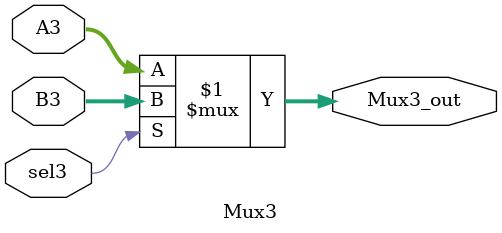
<source format=v>


module Mux1(sel1,A1,B1,Mux1_out);
input sel1;
input [31:0]A1,B1;
output[31:0]Mux1_out;
assign Mux1_out=(sel1)?B1:A1;
endmodule

//Mux2

module Mux2(sel2,A2,B2,Mux2_out);
input sel2;
input [31:0]A2,B2;
output[31:0]Mux2_out;
assign Mux2_out=(sel2)?B2:A2;
endmodule

//Mux3

module Mux3(sel3,A3,B3,Mux3_out);
input sel3;
input [31:0]A3,B3;
output[31:0]Mux3_out;
assign Mux3_out=(sel3)?B3:A3;
endmodule

</source>
